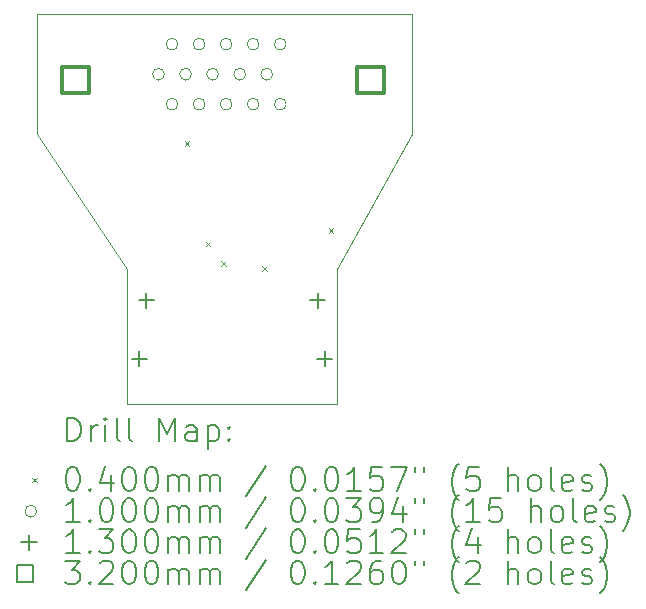
<source format=gbr>
%FSLAX45Y45*%
G04 Gerber Fmt 4.5, Leading zero omitted, Abs format (unit mm)*
G04 Created by KiCad (PCBNEW (6.0.0)) date 2022-02-22 23:35:23*
%MOMM*%
%LPD*%
G01*
G04 APERTURE LIST*
%TA.AperFunction,Profile*%
%ADD10C,0.050000*%
%TD*%
%ADD11C,0.200000*%
%ADD12C,0.040000*%
%ADD13C,0.100000*%
%ADD14C,0.130000*%
%ADD15C,0.320000*%
G04 APERTURE END LIST*
D10*
X16637000Y-9779000D02*
X16637000Y-10922000D01*
X19050000Y-8636000D02*
X19050000Y-7620000D01*
X15875000Y-8636000D02*
X16637000Y-9779000D01*
X15875000Y-7620000D02*
X15875000Y-8636000D01*
X18415000Y-10922000D02*
X18415000Y-9779000D01*
X18415000Y-10922000D02*
X16637000Y-10922000D01*
X15875000Y-7620000D02*
X19050000Y-7620000D01*
X18415000Y-9779000D02*
X19050000Y-8636000D01*
D11*
D12*
X17125000Y-8692200D02*
X17165000Y-8732200D01*
X17165000Y-8692200D02*
X17125000Y-8732200D01*
X17302300Y-9546350D02*
X17342300Y-9586350D01*
X17342300Y-9546350D02*
X17302300Y-9586350D01*
X17434440Y-9713500D02*
X17474440Y-9753500D01*
X17474440Y-9713500D02*
X17434440Y-9753500D01*
X17780360Y-9750890D02*
X17820360Y-9790890D01*
X17820360Y-9750890D02*
X17780360Y-9790890D01*
X18344200Y-9428800D02*
X18384200Y-9468800D01*
X18384200Y-9428800D02*
X18344200Y-9468800D01*
D13*
X16953500Y-8128000D02*
G75*
G03*
X16953500Y-8128000I-50000J0D01*
G01*
X17068000Y-7874000D02*
G75*
G03*
X17068000Y-7874000I-50000J0D01*
G01*
X17068000Y-8382000D02*
G75*
G03*
X17068000Y-8382000I-50000J0D01*
G01*
X17182500Y-8128000D02*
G75*
G03*
X17182500Y-8128000I-50000J0D01*
G01*
X17297000Y-7874000D02*
G75*
G03*
X17297000Y-7874000I-50000J0D01*
G01*
X17297000Y-8382000D02*
G75*
G03*
X17297000Y-8382000I-50000J0D01*
G01*
X17411500Y-8128000D02*
G75*
G03*
X17411500Y-8128000I-50000J0D01*
G01*
X17526000Y-7874000D02*
G75*
G03*
X17526000Y-7874000I-50000J0D01*
G01*
X17526000Y-8382000D02*
G75*
G03*
X17526000Y-8382000I-50000J0D01*
G01*
X17640500Y-8128000D02*
G75*
G03*
X17640500Y-8128000I-50000J0D01*
G01*
X17755000Y-7874000D02*
G75*
G03*
X17755000Y-7874000I-50000J0D01*
G01*
X17755000Y-8382000D02*
G75*
G03*
X17755000Y-8382000I-50000J0D01*
G01*
X17869500Y-8128000D02*
G75*
G03*
X17869500Y-8128000I-50000J0D01*
G01*
X17984000Y-7874000D02*
G75*
G03*
X17984000Y-7874000I-50000J0D01*
G01*
X17984000Y-8382000D02*
G75*
G03*
X17984000Y-8382000I-50000J0D01*
G01*
D14*
X16741000Y-10472000D02*
X16741000Y-10602000D01*
X16676000Y-10537000D02*
X16806000Y-10537000D01*
X16801000Y-9977000D02*
X16801000Y-10107000D01*
X16736000Y-10042000D02*
X16866000Y-10042000D01*
X18251000Y-9977000D02*
X18251000Y-10107000D01*
X18186000Y-10042000D02*
X18316000Y-10042000D01*
X18311000Y-10472000D02*
X18311000Y-10602000D01*
X18246000Y-10537000D02*
X18376000Y-10537000D01*
D15*
X16312638Y-8290138D02*
X16312638Y-8063862D01*
X16086362Y-8063862D01*
X16086362Y-8290138D01*
X16312638Y-8290138D01*
X18812638Y-8290138D02*
X18812638Y-8063862D01*
X18586362Y-8063862D01*
X18586362Y-8290138D01*
X18812638Y-8290138D01*
D11*
X16130119Y-11234976D02*
X16130119Y-11034976D01*
X16177738Y-11034976D01*
X16206309Y-11044500D01*
X16225357Y-11063548D01*
X16234881Y-11082595D01*
X16244405Y-11120690D01*
X16244405Y-11149262D01*
X16234881Y-11187357D01*
X16225357Y-11206405D01*
X16206309Y-11225452D01*
X16177738Y-11234976D01*
X16130119Y-11234976D01*
X16330119Y-11234976D02*
X16330119Y-11101643D01*
X16330119Y-11139738D02*
X16339643Y-11120690D01*
X16349167Y-11111167D01*
X16368214Y-11101643D01*
X16387262Y-11101643D01*
X16453928Y-11234976D02*
X16453928Y-11101643D01*
X16453928Y-11034976D02*
X16444405Y-11044500D01*
X16453928Y-11054024D01*
X16463452Y-11044500D01*
X16453928Y-11034976D01*
X16453928Y-11054024D01*
X16577738Y-11234976D02*
X16558690Y-11225452D01*
X16549167Y-11206405D01*
X16549167Y-11034976D01*
X16682500Y-11234976D02*
X16663452Y-11225452D01*
X16653928Y-11206405D01*
X16653928Y-11034976D01*
X16911071Y-11234976D02*
X16911071Y-11034976D01*
X16977738Y-11177833D01*
X17044405Y-11034976D01*
X17044405Y-11234976D01*
X17225357Y-11234976D02*
X17225357Y-11130214D01*
X17215833Y-11111167D01*
X17196786Y-11101643D01*
X17158690Y-11101643D01*
X17139643Y-11111167D01*
X17225357Y-11225452D02*
X17206310Y-11234976D01*
X17158690Y-11234976D01*
X17139643Y-11225452D01*
X17130119Y-11206405D01*
X17130119Y-11187357D01*
X17139643Y-11168310D01*
X17158690Y-11158786D01*
X17206310Y-11158786D01*
X17225357Y-11149262D01*
X17320595Y-11101643D02*
X17320595Y-11301643D01*
X17320595Y-11111167D02*
X17339643Y-11101643D01*
X17377738Y-11101643D01*
X17396786Y-11111167D01*
X17406310Y-11120690D01*
X17415833Y-11139738D01*
X17415833Y-11196881D01*
X17406310Y-11215928D01*
X17396786Y-11225452D01*
X17377738Y-11234976D01*
X17339643Y-11234976D01*
X17320595Y-11225452D01*
X17501548Y-11215928D02*
X17511071Y-11225452D01*
X17501548Y-11234976D01*
X17492024Y-11225452D01*
X17501548Y-11215928D01*
X17501548Y-11234976D01*
X17501548Y-11111167D02*
X17511071Y-11120690D01*
X17501548Y-11130214D01*
X17492024Y-11120690D01*
X17501548Y-11111167D01*
X17501548Y-11130214D01*
D12*
X15832500Y-11544500D02*
X15872500Y-11584500D01*
X15872500Y-11544500D02*
X15832500Y-11584500D01*
D11*
X16168214Y-11454976D02*
X16187262Y-11454976D01*
X16206309Y-11464500D01*
X16215833Y-11474024D01*
X16225357Y-11493071D01*
X16234881Y-11531167D01*
X16234881Y-11578786D01*
X16225357Y-11616881D01*
X16215833Y-11635928D01*
X16206309Y-11645452D01*
X16187262Y-11654976D01*
X16168214Y-11654976D01*
X16149167Y-11645452D01*
X16139643Y-11635928D01*
X16130119Y-11616881D01*
X16120595Y-11578786D01*
X16120595Y-11531167D01*
X16130119Y-11493071D01*
X16139643Y-11474024D01*
X16149167Y-11464500D01*
X16168214Y-11454976D01*
X16320595Y-11635928D02*
X16330119Y-11645452D01*
X16320595Y-11654976D01*
X16311071Y-11645452D01*
X16320595Y-11635928D01*
X16320595Y-11654976D01*
X16501548Y-11521643D02*
X16501548Y-11654976D01*
X16453928Y-11445452D02*
X16406309Y-11588309D01*
X16530119Y-11588309D01*
X16644405Y-11454976D02*
X16663452Y-11454976D01*
X16682500Y-11464500D01*
X16692024Y-11474024D01*
X16701548Y-11493071D01*
X16711071Y-11531167D01*
X16711071Y-11578786D01*
X16701548Y-11616881D01*
X16692024Y-11635928D01*
X16682500Y-11645452D01*
X16663452Y-11654976D01*
X16644405Y-11654976D01*
X16625357Y-11645452D01*
X16615833Y-11635928D01*
X16606309Y-11616881D01*
X16596786Y-11578786D01*
X16596786Y-11531167D01*
X16606309Y-11493071D01*
X16615833Y-11474024D01*
X16625357Y-11464500D01*
X16644405Y-11454976D01*
X16834881Y-11454976D02*
X16853929Y-11454976D01*
X16872976Y-11464500D01*
X16882500Y-11474024D01*
X16892024Y-11493071D01*
X16901548Y-11531167D01*
X16901548Y-11578786D01*
X16892024Y-11616881D01*
X16882500Y-11635928D01*
X16872976Y-11645452D01*
X16853929Y-11654976D01*
X16834881Y-11654976D01*
X16815833Y-11645452D01*
X16806310Y-11635928D01*
X16796786Y-11616881D01*
X16787262Y-11578786D01*
X16787262Y-11531167D01*
X16796786Y-11493071D01*
X16806310Y-11474024D01*
X16815833Y-11464500D01*
X16834881Y-11454976D01*
X16987262Y-11654976D02*
X16987262Y-11521643D01*
X16987262Y-11540690D02*
X16996786Y-11531167D01*
X17015833Y-11521643D01*
X17044405Y-11521643D01*
X17063452Y-11531167D01*
X17072976Y-11550214D01*
X17072976Y-11654976D01*
X17072976Y-11550214D02*
X17082500Y-11531167D01*
X17101548Y-11521643D01*
X17130119Y-11521643D01*
X17149167Y-11531167D01*
X17158690Y-11550214D01*
X17158690Y-11654976D01*
X17253929Y-11654976D02*
X17253929Y-11521643D01*
X17253929Y-11540690D02*
X17263452Y-11531167D01*
X17282500Y-11521643D01*
X17311071Y-11521643D01*
X17330119Y-11531167D01*
X17339643Y-11550214D01*
X17339643Y-11654976D01*
X17339643Y-11550214D02*
X17349167Y-11531167D01*
X17368214Y-11521643D01*
X17396786Y-11521643D01*
X17415833Y-11531167D01*
X17425357Y-11550214D01*
X17425357Y-11654976D01*
X17815833Y-11445452D02*
X17644405Y-11702595D01*
X18072976Y-11454976D02*
X18092024Y-11454976D01*
X18111071Y-11464500D01*
X18120595Y-11474024D01*
X18130119Y-11493071D01*
X18139643Y-11531167D01*
X18139643Y-11578786D01*
X18130119Y-11616881D01*
X18120595Y-11635928D01*
X18111071Y-11645452D01*
X18092024Y-11654976D01*
X18072976Y-11654976D01*
X18053929Y-11645452D01*
X18044405Y-11635928D01*
X18034881Y-11616881D01*
X18025357Y-11578786D01*
X18025357Y-11531167D01*
X18034881Y-11493071D01*
X18044405Y-11474024D01*
X18053929Y-11464500D01*
X18072976Y-11454976D01*
X18225357Y-11635928D02*
X18234881Y-11645452D01*
X18225357Y-11654976D01*
X18215833Y-11645452D01*
X18225357Y-11635928D01*
X18225357Y-11654976D01*
X18358690Y-11454976D02*
X18377738Y-11454976D01*
X18396786Y-11464500D01*
X18406310Y-11474024D01*
X18415833Y-11493071D01*
X18425357Y-11531167D01*
X18425357Y-11578786D01*
X18415833Y-11616881D01*
X18406310Y-11635928D01*
X18396786Y-11645452D01*
X18377738Y-11654976D01*
X18358690Y-11654976D01*
X18339643Y-11645452D01*
X18330119Y-11635928D01*
X18320595Y-11616881D01*
X18311071Y-11578786D01*
X18311071Y-11531167D01*
X18320595Y-11493071D01*
X18330119Y-11474024D01*
X18339643Y-11464500D01*
X18358690Y-11454976D01*
X18615833Y-11654976D02*
X18501548Y-11654976D01*
X18558690Y-11654976D02*
X18558690Y-11454976D01*
X18539643Y-11483548D01*
X18520595Y-11502595D01*
X18501548Y-11512119D01*
X18796786Y-11454976D02*
X18701548Y-11454976D01*
X18692024Y-11550214D01*
X18701548Y-11540690D01*
X18720595Y-11531167D01*
X18768214Y-11531167D01*
X18787262Y-11540690D01*
X18796786Y-11550214D01*
X18806310Y-11569262D01*
X18806310Y-11616881D01*
X18796786Y-11635928D01*
X18787262Y-11645452D01*
X18768214Y-11654976D01*
X18720595Y-11654976D01*
X18701548Y-11645452D01*
X18692024Y-11635928D01*
X18872976Y-11454976D02*
X19006310Y-11454976D01*
X18920595Y-11654976D01*
X19072976Y-11454976D02*
X19072976Y-11493071D01*
X19149167Y-11454976D02*
X19149167Y-11493071D01*
X19444405Y-11731167D02*
X19434881Y-11721643D01*
X19415833Y-11693071D01*
X19406310Y-11674024D01*
X19396786Y-11645452D01*
X19387262Y-11597833D01*
X19387262Y-11559738D01*
X19396786Y-11512119D01*
X19406310Y-11483548D01*
X19415833Y-11464500D01*
X19434881Y-11435928D01*
X19444405Y-11426405D01*
X19615833Y-11454976D02*
X19520595Y-11454976D01*
X19511071Y-11550214D01*
X19520595Y-11540690D01*
X19539643Y-11531167D01*
X19587262Y-11531167D01*
X19606310Y-11540690D01*
X19615833Y-11550214D01*
X19625357Y-11569262D01*
X19625357Y-11616881D01*
X19615833Y-11635928D01*
X19606310Y-11645452D01*
X19587262Y-11654976D01*
X19539643Y-11654976D01*
X19520595Y-11645452D01*
X19511071Y-11635928D01*
X19863452Y-11654976D02*
X19863452Y-11454976D01*
X19949167Y-11654976D02*
X19949167Y-11550214D01*
X19939643Y-11531167D01*
X19920595Y-11521643D01*
X19892024Y-11521643D01*
X19872976Y-11531167D01*
X19863452Y-11540690D01*
X20072976Y-11654976D02*
X20053929Y-11645452D01*
X20044405Y-11635928D01*
X20034881Y-11616881D01*
X20034881Y-11559738D01*
X20044405Y-11540690D01*
X20053929Y-11531167D01*
X20072976Y-11521643D01*
X20101548Y-11521643D01*
X20120595Y-11531167D01*
X20130119Y-11540690D01*
X20139643Y-11559738D01*
X20139643Y-11616881D01*
X20130119Y-11635928D01*
X20120595Y-11645452D01*
X20101548Y-11654976D01*
X20072976Y-11654976D01*
X20253929Y-11654976D02*
X20234881Y-11645452D01*
X20225357Y-11626405D01*
X20225357Y-11454976D01*
X20406310Y-11645452D02*
X20387262Y-11654976D01*
X20349167Y-11654976D01*
X20330119Y-11645452D01*
X20320595Y-11626405D01*
X20320595Y-11550214D01*
X20330119Y-11531167D01*
X20349167Y-11521643D01*
X20387262Y-11521643D01*
X20406310Y-11531167D01*
X20415833Y-11550214D01*
X20415833Y-11569262D01*
X20320595Y-11588309D01*
X20492024Y-11645452D02*
X20511071Y-11654976D01*
X20549167Y-11654976D01*
X20568214Y-11645452D01*
X20577738Y-11626405D01*
X20577738Y-11616881D01*
X20568214Y-11597833D01*
X20549167Y-11588309D01*
X20520595Y-11588309D01*
X20501548Y-11578786D01*
X20492024Y-11559738D01*
X20492024Y-11550214D01*
X20501548Y-11531167D01*
X20520595Y-11521643D01*
X20549167Y-11521643D01*
X20568214Y-11531167D01*
X20644405Y-11731167D02*
X20653929Y-11721643D01*
X20672976Y-11693071D01*
X20682500Y-11674024D01*
X20692024Y-11645452D01*
X20701548Y-11597833D01*
X20701548Y-11559738D01*
X20692024Y-11512119D01*
X20682500Y-11483548D01*
X20672976Y-11464500D01*
X20653929Y-11435928D01*
X20644405Y-11426405D01*
D13*
X15872500Y-11828500D02*
G75*
G03*
X15872500Y-11828500I-50000J0D01*
G01*
D11*
X16234881Y-11918976D02*
X16120595Y-11918976D01*
X16177738Y-11918976D02*
X16177738Y-11718976D01*
X16158690Y-11747548D01*
X16139643Y-11766595D01*
X16120595Y-11776119D01*
X16320595Y-11899928D02*
X16330119Y-11909452D01*
X16320595Y-11918976D01*
X16311071Y-11909452D01*
X16320595Y-11899928D01*
X16320595Y-11918976D01*
X16453928Y-11718976D02*
X16472976Y-11718976D01*
X16492024Y-11728500D01*
X16501548Y-11738024D01*
X16511071Y-11757071D01*
X16520595Y-11795167D01*
X16520595Y-11842786D01*
X16511071Y-11880881D01*
X16501548Y-11899928D01*
X16492024Y-11909452D01*
X16472976Y-11918976D01*
X16453928Y-11918976D01*
X16434881Y-11909452D01*
X16425357Y-11899928D01*
X16415833Y-11880881D01*
X16406309Y-11842786D01*
X16406309Y-11795167D01*
X16415833Y-11757071D01*
X16425357Y-11738024D01*
X16434881Y-11728500D01*
X16453928Y-11718976D01*
X16644405Y-11718976D02*
X16663452Y-11718976D01*
X16682500Y-11728500D01*
X16692024Y-11738024D01*
X16701548Y-11757071D01*
X16711071Y-11795167D01*
X16711071Y-11842786D01*
X16701548Y-11880881D01*
X16692024Y-11899928D01*
X16682500Y-11909452D01*
X16663452Y-11918976D01*
X16644405Y-11918976D01*
X16625357Y-11909452D01*
X16615833Y-11899928D01*
X16606309Y-11880881D01*
X16596786Y-11842786D01*
X16596786Y-11795167D01*
X16606309Y-11757071D01*
X16615833Y-11738024D01*
X16625357Y-11728500D01*
X16644405Y-11718976D01*
X16834881Y-11718976D02*
X16853929Y-11718976D01*
X16872976Y-11728500D01*
X16882500Y-11738024D01*
X16892024Y-11757071D01*
X16901548Y-11795167D01*
X16901548Y-11842786D01*
X16892024Y-11880881D01*
X16882500Y-11899928D01*
X16872976Y-11909452D01*
X16853929Y-11918976D01*
X16834881Y-11918976D01*
X16815833Y-11909452D01*
X16806310Y-11899928D01*
X16796786Y-11880881D01*
X16787262Y-11842786D01*
X16787262Y-11795167D01*
X16796786Y-11757071D01*
X16806310Y-11738024D01*
X16815833Y-11728500D01*
X16834881Y-11718976D01*
X16987262Y-11918976D02*
X16987262Y-11785643D01*
X16987262Y-11804690D02*
X16996786Y-11795167D01*
X17015833Y-11785643D01*
X17044405Y-11785643D01*
X17063452Y-11795167D01*
X17072976Y-11814214D01*
X17072976Y-11918976D01*
X17072976Y-11814214D02*
X17082500Y-11795167D01*
X17101548Y-11785643D01*
X17130119Y-11785643D01*
X17149167Y-11795167D01*
X17158690Y-11814214D01*
X17158690Y-11918976D01*
X17253929Y-11918976D02*
X17253929Y-11785643D01*
X17253929Y-11804690D02*
X17263452Y-11795167D01*
X17282500Y-11785643D01*
X17311071Y-11785643D01*
X17330119Y-11795167D01*
X17339643Y-11814214D01*
X17339643Y-11918976D01*
X17339643Y-11814214D02*
X17349167Y-11795167D01*
X17368214Y-11785643D01*
X17396786Y-11785643D01*
X17415833Y-11795167D01*
X17425357Y-11814214D01*
X17425357Y-11918976D01*
X17815833Y-11709452D02*
X17644405Y-11966595D01*
X18072976Y-11718976D02*
X18092024Y-11718976D01*
X18111071Y-11728500D01*
X18120595Y-11738024D01*
X18130119Y-11757071D01*
X18139643Y-11795167D01*
X18139643Y-11842786D01*
X18130119Y-11880881D01*
X18120595Y-11899928D01*
X18111071Y-11909452D01*
X18092024Y-11918976D01*
X18072976Y-11918976D01*
X18053929Y-11909452D01*
X18044405Y-11899928D01*
X18034881Y-11880881D01*
X18025357Y-11842786D01*
X18025357Y-11795167D01*
X18034881Y-11757071D01*
X18044405Y-11738024D01*
X18053929Y-11728500D01*
X18072976Y-11718976D01*
X18225357Y-11899928D02*
X18234881Y-11909452D01*
X18225357Y-11918976D01*
X18215833Y-11909452D01*
X18225357Y-11899928D01*
X18225357Y-11918976D01*
X18358690Y-11718976D02*
X18377738Y-11718976D01*
X18396786Y-11728500D01*
X18406310Y-11738024D01*
X18415833Y-11757071D01*
X18425357Y-11795167D01*
X18425357Y-11842786D01*
X18415833Y-11880881D01*
X18406310Y-11899928D01*
X18396786Y-11909452D01*
X18377738Y-11918976D01*
X18358690Y-11918976D01*
X18339643Y-11909452D01*
X18330119Y-11899928D01*
X18320595Y-11880881D01*
X18311071Y-11842786D01*
X18311071Y-11795167D01*
X18320595Y-11757071D01*
X18330119Y-11738024D01*
X18339643Y-11728500D01*
X18358690Y-11718976D01*
X18492024Y-11718976D02*
X18615833Y-11718976D01*
X18549167Y-11795167D01*
X18577738Y-11795167D01*
X18596786Y-11804690D01*
X18606310Y-11814214D01*
X18615833Y-11833262D01*
X18615833Y-11880881D01*
X18606310Y-11899928D01*
X18596786Y-11909452D01*
X18577738Y-11918976D01*
X18520595Y-11918976D01*
X18501548Y-11909452D01*
X18492024Y-11899928D01*
X18711071Y-11918976D02*
X18749167Y-11918976D01*
X18768214Y-11909452D01*
X18777738Y-11899928D01*
X18796786Y-11871357D01*
X18806310Y-11833262D01*
X18806310Y-11757071D01*
X18796786Y-11738024D01*
X18787262Y-11728500D01*
X18768214Y-11718976D01*
X18730119Y-11718976D01*
X18711071Y-11728500D01*
X18701548Y-11738024D01*
X18692024Y-11757071D01*
X18692024Y-11804690D01*
X18701548Y-11823738D01*
X18711071Y-11833262D01*
X18730119Y-11842786D01*
X18768214Y-11842786D01*
X18787262Y-11833262D01*
X18796786Y-11823738D01*
X18806310Y-11804690D01*
X18977738Y-11785643D02*
X18977738Y-11918976D01*
X18930119Y-11709452D02*
X18882500Y-11852309D01*
X19006310Y-11852309D01*
X19072976Y-11718976D02*
X19072976Y-11757071D01*
X19149167Y-11718976D02*
X19149167Y-11757071D01*
X19444405Y-11995167D02*
X19434881Y-11985643D01*
X19415833Y-11957071D01*
X19406310Y-11938024D01*
X19396786Y-11909452D01*
X19387262Y-11861833D01*
X19387262Y-11823738D01*
X19396786Y-11776119D01*
X19406310Y-11747548D01*
X19415833Y-11728500D01*
X19434881Y-11699928D01*
X19444405Y-11690405D01*
X19625357Y-11918976D02*
X19511071Y-11918976D01*
X19568214Y-11918976D02*
X19568214Y-11718976D01*
X19549167Y-11747548D01*
X19530119Y-11766595D01*
X19511071Y-11776119D01*
X19806310Y-11718976D02*
X19711071Y-11718976D01*
X19701548Y-11814214D01*
X19711071Y-11804690D01*
X19730119Y-11795167D01*
X19777738Y-11795167D01*
X19796786Y-11804690D01*
X19806310Y-11814214D01*
X19815833Y-11833262D01*
X19815833Y-11880881D01*
X19806310Y-11899928D01*
X19796786Y-11909452D01*
X19777738Y-11918976D01*
X19730119Y-11918976D01*
X19711071Y-11909452D01*
X19701548Y-11899928D01*
X20053929Y-11918976D02*
X20053929Y-11718976D01*
X20139643Y-11918976D02*
X20139643Y-11814214D01*
X20130119Y-11795167D01*
X20111071Y-11785643D01*
X20082500Y-11785643D01*
X20063452Y-11795167D01*
X20053929Y-11804690D01*
X20263452Y-11918976D02*
X20244405Y-11909452D01*
X20234881Y-11899928D01*
X20225357Y-11880881D01*
X20225357Y-11823738D01*
X20234881Y-11804690D01*
X20244405Y-11795167D01*
X20263452Y-11785643D01*
X20292024Y-11785643D01*
X20311071Y-11795167D01*
X20320595Y-11804690D01*
X20330119Y-11823738D01*
X20330119Y-11880881D01*
X20320595Y-11899928D01*
X20311071Y-11909452D01*
X20292024Y-11918976D01*
X20263452Y-11918976D01*
X20444405Y-11918976D02*
X20425357Y-11909452D01*
X20415833Y-11890405D01*
X20415833Y-11718976D01*
X20596786Y-11909452D02*
X20577738Y-11918976D01*
X20539643Y-11918976D01*
X20520595Y-11909452D01*
X20511071Y-11890405D01*
X20511071Y-11814214D01*
X20520595Y-11795167D01*
X20539643Y-11785643D01*
X20577738Y-11785643D01*
X20596786Y-11795167D01*
X20606310Y-11814214D01*
X20606310Y-11833262D01*
X20511071Y-11852309D01*
X20682500Y-11909452D02*
X20701548Y-11918976D01*
X20739643Y-11918976D01*
X20758690Y-11909452D01*
X20768214Y-11890405D01*
X20768214Y-11880881D01*
X20758690Y-11861833D01*
X20739643Y-11852309D01*
X20711071Y-11852309D01*
X20692024Y-11842786D01*
X20682500Y-11823738D01*
X20682500Y-11814214D01*
X20692024Y-11795167D01*
X20711071Y-11785643D01*
X20739643Y-11785643D01*
X20758690Y-11795167D01*
X20834881Y-11995167D02*
X20844405Y-11985643D01*
X20863452Y-11957071D01*
X20872976Y-11938024D01*
X20882500Y-11909452D01*
X20892024Y-11861833D01*
X20892024Y-11823738D01*
X20882500Y-11776119D01*
X20872976Y-11747548D01*
X20863452Y-11728500D01*
X20844405Y-11699928D01*
X20834881Y-11690405D01*
D14*
X15807500Y-12027500D02*
X15807500Y-12157500D01*
X15742500Y-12092500D02*
X15872500Y-12092500D01*
D11*
X16234881Y-12182976D02*
X16120595Y-12182976D01*
X16177738Y-12182976D02*
X16177738Y-11982976D01*
X16158690Y-12011548D01*
X16139643Y-12030595D01*
X16120595Y-12040119D01*
X16320595Y-12163928D02*
X16330119Y-12173452D01*
X16320595Y-12182976D01*
X16311071Y-12173452D01*
X16320595Y-12163928D01*
X16320595Y-12182976D01*
X16396786Y-11982976D02*
X16520595Y-11982976D01*
X16453928Y-12059167D01*
X16482500Y-12059167D01*
X16501548Y-12068690D01*
X16511071Y-12078214D01*
X16520595Y-12097262D01*
X16520595Y-12144881D01*
X16511071Y-12163928D01*
X16501548Y-12173452D01*
X16482500Y-12182976D01*
X16425357Y-12182976D01*
X16406309Y-12173452D01*
X16396786Y-12163928D01*
X16644405Y-11982976D02*
X16663452Y-11982976D01*
X16682500Y-11992500D01*
X16692024Y-12002024D01*
X16701548Y-12021071D01*
X16711071Y-12059167D01*
X16711071Y-12106786D01*
X16701548Y-12144881D01*
X16692024Y-12163928D01*
X16682500Y-12173452D01*
X16663452Y-12182976D01*
X16644405Y-12182976D01*
X16625357Y-12173452D01*
X16615833Y-12163928D01*
X16606309Y-12144881D01*
X16596786Y-12106786D01*
X16596786Y-12059167D01*
X16606309Y-12021071D01*
X16615833Y-12002024D01*
X16625357Y-11992500D01*
X16644405Y-11982976D01*
X16834881Y-11982976D02*
X16853929Y-11982976D01*
X16872976Y-11992500D01*
X16882500Y-12002024D01*
X16892024Y-12021071D01*
X16901548Y-12059167D01*
X16901548Y-12106786D01*
X16892024Y-12144881D01*
X16882500Y-12163928D01*
X16872976Y-12173452D01*
X16853929Y-12182976D01*
X16834881Y-12182976D01*
X16815833Y-12173452D01*
X16806310Y-12163928D01*
X16796786Y-12144881D01*
X16787262Y-12106786D01*
X16787262Y-12059167D01*
X16796786Y-12021071D01*
X16806310Y-12002024D01*
X16815833Y-11992500D01*
X16834881Y-11982976D01*
X16987262Y-12182976D02*
X16987262Y-12049643D01*
X16987262Y-12068690D02*
X16996786Y-12059167D01*
X17015833Y-12049643D01*
X17044405Y-12049643D01*
X17063452Y-12059167D01*
X17072976Y-12078214D01*
X17072976Y-12182976D01*
X17072976Y-12078214D02*
X17082500Y-12059167D01*
X17101548Y-12049643D01*
X17130119Y-12049643D01*
X17149167Y-12059167D01*
X17158690Y-12078214D01*
X17158690Y-12182976D01*
X17253929Y-12182976D02*
X17253929Y-12049643D01*
X17253929Y-12068690D02*
X17263452Y-12059167D01*
X17282500Y-12049643D01*
X17311071Y-12049643D01*
X17330119Y-12059167D01*
X17339643Y-12078214D01*
X17339643Y-12182976D01*
X17339643Y-12078214D02*
X17349167Y-12059167D01*
X17368214Y-12049643D01*
X17396786Y-12049643D01*
X17415833Y-12059167D01*
X17425357Y-12078214D01*
X17425357Y-12182976D01*
X17815833Y-11973452D02*
X17644405Y-12230595D01*
X18072976Y-11982976D02*
X18092024Y-11982976D01*
X18111071Y-11992500D01*
X18120595Y-12002024D01*
X18130119Y-12021071D01*
X18139643Y-12059167D01*
X18139643Y-12106786D01*
X18130119Y-12144881D01*
X18120595Y-12163928D01*
X18111071Y-12173452D01*
X18092024Y-12182976D01*
X18072976Y-12182976D01*
X18053929Y-12173452D01*
X18044405Y-12163928D01*
X18034881Y-12144881D01*
X18025357Y-12106786D01*
X18025357Y-12059167D01*
X18034881Y-12021071D01*
X18044405Y-12002024D01*
X18053929Y-11992500D01*
X18072976Y-11982976D01*
X18225357Y-12163928D02*
X18234881Y-12173452D01*
X18225357Y-12182976D01*
X18215833Y-12173452D01*
X18225357Y-12163928D01*
X18225357Y-12182976D01*
X18358690Y-11982976D02*
X18377738Y-11982976D01*
X18396786Y-11992500D01*
X18406310Y-12002024D01*
X18415833Y-12021071D01*
X18425357Y-12059167D01*
X18425357Y-12106786D01*
X18415833Y-12144881D01*
X18406310Y-12163928D01*
X18396786Y-12173452D01*
X18377738Y-12182976D01*
X18358690Y-12182976D01*
X18339643Y-12173452D01*
X18330119Y-12163928D01*
X18320595Y-12144881D01*
X18311071Y-12106786D01*
X18311071Y-12059167D01*
X18320595Y-12021071D01*
X18330119Y-12002024D01*
X18339643Y-11992500D01*
X18358690Y-11982976D01*
X18606310Y-11982976D02*
X18511071Y-11982976D01*
X18501548Y-12078214D01*
X18511071Y-12068690D01*
X18530119Y-12059167D01*
X18577738Y-12059167D01*
X18596786Y-12068690D01*
X18606310Y-12078214D01*
X18615833Y-12097262D01*
X18615833Y-12144881D01*
X18606310Y-12163928D01*
X18596786Y-12173452D01*
X18577738Y-12182976D01*
X18530119Y-12182976D01*
X18511071Y-12173452D01*
X18501548Y-12163928D01*
X18806310Y-12182976D02*
X18692024Y-12182976D01*
X18749167Y-12182976D02*
X18749167Y-11982976D01*
X18730119Y-12011548D01*
X18711071Y-12030595D01*
X18692024Y-12040119D01*
X18882500Y-12002024D02*
X18892024Y-11992500D01*
X18911071Y-11982976D01*
X18958690Y-11982976D01*
X18977738Y-11992500D01*
X18987262Y-12002024D01*
X18996786Y-12021071D01*
X18996786Y-12040119D01*
X18987262Y-12068690D01*
X18872976Y-12182976D01*
X18996786Y-12182976D01*
X19072976Y-11982976D02*
X19072976Y-12021071D01*
X19149167Y-11982976D02*
X19149167Y-12021071D01*
X19444405Y-12259167D02*
X19434881Y-12249643D01*
X19415833Y-12221071D01*
X19406310Y-12202024D01*
X19396786Y-12173452D01*
X19387262Y-12125833D01*
X19387262Y-12087738D01*
X19396786Y-12040119D01*
X19406310Y-12011548D01*
X19415833Y-11992500D01*
X19434881Y-11963928D01*
X19444405Y-11954405D01*
X19606310Y-12049643D02*
X19606310Y-12182976D01*
X19558690Y-11973452D02*
X19511071Y-12116309D01*
X19634881Y-12116309D01*
X19863452Y-12182976D02*
X19863452Y-11982976D01*
X19949167Y-12182976D02*
X19949167Y-12078214D01*
X19939643Y-12059167D01*
X19920595Y-12049643D01*
X19892024Y-12049643D01*
X19872976Y-12059167D01*
X19863452Y-12068690D01*
X20072976Y-12182976D02*
X20053929Y-12173452D01*
X20044405Y-12163928D01*
X20034881Y-12144881D01*
X20034881Y-12087738D01*
X20044405Y-12068690D01*
X20053929Y-12059167D01*
X20072976Y-12049643D01*
X20101548Y-12049643D01*
X20120595Y-12059167D01*
X20130119Y-12068690D01*
X20139643Y-12087738D01*
X20139643Y-12144881D01*
X20130119Y-12163928D01*
X20120595Y-12173452D01*
X20101548Y-12182976D01*
X20072976Y-12182976D01*
X20253929Y-12182976D02*
X20234881Y-12173452D01*
X20225357Y-12154405D01*
X20225357Y-11982976D01*
X20406310Y-12173452D02*
X20387262Y-12182976D01*
X20349167Y-12182976D01*
X20330119Y-12173452D01*
X20320595Y-12154405D01*
X20320595Y-12078214D01*
X20330119Y-12059167D01*
X20349167Y-12049643D01*
X20387262Y-12049643D01*
X20406310Y-12059167D01*
X20415833Y-12078214D01*
X20415833Y-12097262D01*
X20320595Y-12116309D01*
X20492024Y-12173452D02*
X20511071Y-12182976D01*
X20549167Y-12182976D01*
X20568214Y-12173452D01*
X20577738Y-12154405D01*
X20577738Y-12144881D01*
X20568214Y-12125833D01*
X20549167Y-12116309D01*
X20520595Y-12116309D01*
X20501548Y-12106786D01*
X20492024Y-12087738D01*
X20492024Y-12078214D01*
X20501548Y-12059167D01*
X20520595Y-12049643D01*
X20549167Y-12049643D01*
X20568214Y-12059167D01*
X20644405Y-12259167D02*
X20653929Y-12249643D01*
X20672976Y-12221071D01*
X20682500Y-12202024D01*
X20692024Y-12173452D01*
X20701548Y-12125833D01*
X20701548Y-12087738D01*
X20692024Y-12040119D01*
X20682500Y-12011548D01*
X20672976Y-11992500D01*
X20653929Y-11963928D01*
X20644405Y-11954405D01*
X15843211Y-12427211D02*
X15843211Y-12285789D01*
X15701789Y-12285789D01*
X15701789Y-12427211D01*
X15843211Y-12427211D01*
X16111071Y-12246976D02*
X16234881Y-12246976D01*
X16168214Y-12323167D01*
X16196786Y-12323167D01*
X16215833Y-12332690D01*
X16225357Y-12342214D01*
X16234881Y-12361262D01*
X16234881Y-12408881D01*
X16225357Y-12427928D01*
X16215833Y-12437452D01*
X16196786Y-12446976D01*
X16139643Y-12446976D01*
X16120595Y-12437452D01*
X16111071Y-12427928D01*
X16320595Y-12427928D02*
X16330119Y-12437452D01*
X16320595Y-12446976D01*
X16311071Y-12437452D01*
X16320595Y-12427928D01*
X16320595Y-12446976D01*
X16406309Y-12266024D02*
X16415833Y-12256500D01*
X16434881Y-12246976D01*
X16482500Y-12246976D01*
X16501548Y-12256500D01*
X16511071Y-12266024D01*
X16520595Y-12285071D01*
X16520595Y-12304119D01*
X16511071Y-12332690D01*
X16396786Y-12446976D01*
X16520595Y-12446976D01*
X16644405Y-12246976D02*
X16663452Y-12246976D01*
X16682500Y-12256500D01*
X16692024Y-12266024D01*
X16701548Y-12285071D01*
X16711071Y-12323167D01*
X16711071Y-12370786D01*
X16701548Y-12408881D01*
X16692024Y-12427928D01*
X16682500Y-12437452D01*
X16663452Y-12446976D01*
X16644405Y-12446976D01*
X16625357Y-12437452D01*
X16615833Y-12427928D01*
X16606309Y-12408881D01*
X16596786Y-12370786D01*
X16596786Y-12323167D01*
X16606309Y-12285071D01*
X16615833Y-12266024D01*
X16625357Y-12256500D01*
X16644405Y-12246976D01*
X16834881Y-12246976D02*
X16853929Y-12246976D01*
X16872976Y-12256500D01*
X16882500Y-12266024D01*
X16892024Y-12285071D01*
X16901548Y-12323167D01*
X16901548Y-12370786D01*
X16892024Y-12408881D01*
X16882500Y-12427928D01*
X16872976Y-12437452D01*
X16853929Y-12446976D01*
X16834881Y-12446976D01*
X16815833Y-12437452D01*
X16806310Y-12427928D01*
X16796786Y-12408881D01*
X16787262Y-12370786D01*
X16787262Y-12323167D01*
X16796786Y-12285071D01*
X16806310Y-12266024D01*
X16815833Y-12256500D01*
X16834881Y-12246976D01*
X16987262Y-12446976D02*
X16987262Y-12313643D01*
X16987262Y-12332690D02*
X16996786Y-12323167D01*
X17015833Y-12313643D01*
X17044405Y-12313643D01*
X17063452Y-12323167D01*
X17072976Y-12342214D01*
X17072976Y-12446976D01*
X17072976Y-12342214D02*
X17082500Y-12323167D01*
X17101548Y-12313643D01*
X17130119Y-12313643D01*
X17149167Y-12323167D01*
X17158690Y-12342214D01*
X17158690Y-12446976D01*
X17253929Y-12446976D02*
X17253929Y-12313643D01*
X17253929Y-12332690D02*
X17263452Y-12323167D01*
X17282500Y-12313643D01*
X17311071Y-12313643D01*
X17330119Y-12323167D01*
X17339643Y-12342214D01*
X17339643Y-12446976D01*
X17339643Y-12342214D02*
X17349167Y-12323167D01*
X17368214Y-12313643D01*
X17396786Y-12313643D01*
X17415833Y-12323167D01*
X17425357Y-12342214D01*
X17425357Y-12446976D01*
X17815833Y-12237452D02*
X17644405Y-12494595D01*
X18072976Y-12246976D02*
X18092024Y-12246976D01*
X18111071Y-12256500D01*
X18120595Y-12266024D01*
X18130119Y-12285071D01*
X18139643Y-12323167D01*
X18139643Y-12370786D01*
X18130119Y-12408881D01*
X18120595Y-12427928D01*
X18111071Y-12437452D01*
X18092024Y-12446976D01*
X18072976Y-12446976D01*
X18053929Y-12437452D01*
X18044405Y-12427928D01*
X18034881Y-12408881D01*
X18025357Y-12370786D01*
X18025357Y-12323167D01*
X18034881Y-12285071D01*
X18044405Y-12266024D01*
X18053929Y-12256500D01*
X18072976Y-12246976D01*
X18225357Y-12427928D02*
X18234881Y-12437452D01*
X18225357Y-12446976D01*
X18215833Y-12437452D01*
X18225357Y-12427928D01*
X18225357Y-12446976D01*
X18425357Y-12446976D02*
X18311071Y-12446976D01*
X18368214Y-12446976D02*
X18368214Y-12246976D01*
X18349167Y-12275548D01*
X18330119Y-12294595D01*
X18311071Y-12304119D01*
X18501548Y-12266024D02*
X18511071Y-12256500D01*
X18530119Y-12246976D01*
X18577738Y-12246976D01*
X18596786Y-12256500D01*
X18606310Y-12266024D01*
X18615833Y-12285071D01*
X18615833Y-12304119D01*
X18606310Y-12332690D01*
X18492024Y-12446976D01*
X18615833Y-12446976D01*
X18787262Y-12246976D02*
X18749167Y-12246976D01*
X18730119Y-12256500D01*
X18720595Y-12266024D01*
X18701548Y-12294595D01*
X18692024Y-12332690D01*
X18692024Y-12408881D01*
X18701548Y-12427928D01*
X18711071Y-12437452D01*
X18730119Y-12446976D01*
X18768214Y-12446976D01*
X18787262Y-12437452D01*
X18796786Y-12427928D01*
X18806310Y-12408881D01*
X18806310Y-12361262D01*
X18796786Y-12342214D01*
X18787262Y-12332690D01*
X18768214Y-12323167D01*
X18730119Y-12323167D01*
X18711071Y-12332690D01*
X18701548Y-12342214D01*
X18692024Y-12361262D01*
X18930119Y-12246976D02*
X18949167Y-12246976D01*
X18968214Y-12256500D01*
X18977738Y-12266024D01*
X18987262Y-12285071D01*
X18996786Y-12323167D01*
X18996786Y-12370786D01*
X18987262Y-12408881D01*
X18977738Y-12427928D01*
X18968214Y-12437452D01*
X18949167Y-12446976D01*
X18930119Y-12446976D01*
X18911071Y-12437452D01*
X18901548Y-12427928D01*
X18892024Y-12408881D01*
X18882500Y-12370786D01*
X18882500Y-12323167D01*
X18892024Y-12285071D01*
X18901548Y-12266024D01*
X18911071Y-12256500D01*
X18930119Y-12246976D01*
X19072976Y-12246976D02*
X19072976Y-12285071D01*
X19149167Y-12246976D02*
X19149167Y-12285071D01*
X19444405Y-12523167D02*
X19434881Y-12513643D01*
X19415833Y-12485071D01*
X19406310Y-12466024D01*
X19396786Y-12437452D01*
X19387262Y-12389833D01*
X19387262Y-12351738D01*
X19396786Y-12304119D01*
X19406310Y-12275548D01*
X19415833Y-12256500D01*
X19434881Y-12227928D01*
X19444405Y-12218405D01*
X19511071Y-12266024D02*
X19520595Y-12256500D01*
X19539643Y-12246976D01*
X19587262Y-12246976D01*
X19606310Y-12256500D01*
X19615833Y-12266024D01*
X19625357Y-12285071D01*
X19625357Y-12304119D01*
X19615833Y-12332690D01*
X19501548Y-12446976D01*
X19625357Y-12446976D01*
X19863452Y-12446976D02*
X19863452Y-12246976D01*
X19949167Y-12446976D02*
X19949167Y-12342214D01*
X19939643Y-12323167D01*
X19920595Y-12313643D01*
X19892024Y-12313643D01*
X19872976Y-12323167D01*
X19863452Y-12332690D01*
X20072976Y-12446976D02*
X20053929Y-12437452D01*
X20044405Y-12427928D01*
X20034881Y-12408881D01*
X20034881Y-12351738D01*
X20044405Y-12332690D01*
X20053929Y-12323167D01*
X20072976Y-12313643D01*
X20101548Y-12313643D01*
X20120595Y-12323167D01*
X20130119Y-12332690D01*
X20139643Y-12351738D01*
X20139643Y-12408881D01*
X20130119Y-12427928D01*
X20120595Y-12437452D01*
X20101548Y-12446976D01*
X20072976Y-12446976D01*
X20253929Y-12446976D02*
X20234881Y-12437452D01*
X20225357Y-12418405D01*
X20225357Y-12246976D01*
X20406310Y-12437452D02*
X20387262Y-12446976D01*
X20349167Y-12446976D01*
X20330119Y-12437452D01*
X20320595Y-12418405D01*
X20320595Y-12342214D01*
X20330119Y-12323167D01*
X20349167Y-12313643D01*
X20387262Y-12313643D01*
X20406310Y-12323167D01*
X20415833Y-12342214D01*
X20415833Y-12361262D01*
X20320595Y-12380309D01*
X20492024Y-12437452D02*
X20511071Y-12446976D01*
X20549167Y-12446976D01*
X20568214Y-12437452D01*
X20577738Y-12418405D01*
X20577738Y-12408881D01*
X20568214Y-12389833D01*
X20549167Y-12380309D01*
X20520595Y-12380309D01*
X20501548Y-12370786D01*
X20492024Y-12351738D01*
X20492024Y-12342214D01*
X20501548Y-12323167D01*
X20520595Y-12313643D01*
X20549167Y-12313643D01*
X20568214Y-12323167D01*
X20644405Y-12523167D02*
X20653929Y-12513643D01*
X20672976Y-12485071D01*
X20682500Y-12466024D01*
X20692024Y-12437452D01*
X20701548Y-12389833D01*
X20701548Y-12351738D01*
X20692024Y-12304119D01*
X20682500Y-12275548D01*
X20672976Y-12256500D01*
X20653929Y-12227928D01*
X20644405Y-12218405D01*
M02*

</source>
